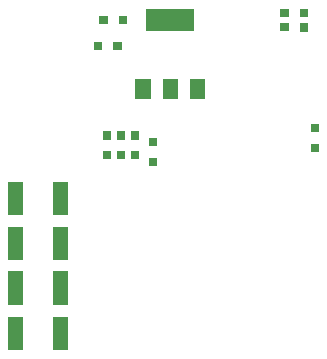
<source format=gbr>
%FSLAX32Y32*%
%MOMM*%
%LNSMD_Maske1*%
G71*
G01*
%LPD*%
G36*
X4456Y6393D02*
X4386Y6393D01*
X4386Y6463D01*
X4456Y6463D01*
X4456Y6393D01*
G37*
G36*
X4289Y6392D02*
X4219Y6392D01*
X4219Y6462D01*
X4289Y6462D01*
X4289Y6392D01*
G37*
G36*
X5161Y5978D02*
X5031Y5978D01*
X5031Y6148D01*
X5161Y6148D01*
X5161Y5978D01*
G37*
G36*
X4931Y5977D02*
X4801Y5977D01*
X4801Y6147D01*
X4931Y6147D01*
X4931Y5977D01*
G37*
G36*
X4701Y5977D02*
X4571Y5977D01*
X4571Y6147D01*
X4701Y6147D01*
X4701Y5977D01*
G37*
G36*
X5065Y6554D02*
X4665Y6554D01*
X4665Y6744D01*
X5065Y6744D01*
X5065Y6554D01*
G37*
G36*
X4504Y6615D02*
X4434Y6615D01*
X4434Y6685D01*
X4504Y6685D01*
X4504Y6615D01*
G37*
G36*
X4337Y6614D02*
X4267Y6614D01*
X4267Y6684D01*
X4337Y6684D01*
X4337Y6614D01*
G37*
G36*
X6127Y5769D02*
X6127Y5699D01*
X6057Y5699D01*
X6057Y5769D01*
X6127Y5769D01*
G37*
G36*
X6126Y5602D02*
X6126Y5532D01*
X6056Y5532D01*
X6056Y5602D01*
X6126Y5602D01*
G37*
G36*
X4365Y5705D02*
X4365Y5635D01*
X4295Y5635D01*
X4295Y5705D01*
X4365Y5705D01*
G37*
G36*
X4364Y5538D02*
X4364Y5468D01*
X4294Y5468D01*
X4294Y5538D01*
X4364Y5538D01*
G37*
G36*
X4484Y5705D02*
X4484Y5635D01*
X4414Y5635D01*
X4414Y5705D01*
X4484Y5705D01*
G37*
G36*
X4483Y5538D02*
X4483Y5468D01*
X4413Y5468D01*
X4413Y5538D01*
X4483Y5538D01*
G37*
G36*
X4603Y5705D02*
X4603Y5635D01*
X4533Y5635D01*
X4533Y5705D01*
X4603Y5705D01*
G37*
G36*
X4602Y5538D02*
X4602Y5468D01*
X4532Y5468D01*
X4532Y5538D01*
X4602Y5538D01*
G37*
G36*
X5799Y6741D02*
X5869Y6741D01*
X5869Y6671D01*
X5799Y6671D01*
X5799Y6741D01*
G37*
G36*
X5966Y6740D02*
X6036Y6740D01*
X6036Y6670D01*
X5966Y6670D01*
X5966Y6740D01*
G37*
G36*
X5799Y6622D02*
X5869Y6622D01*
X5869Y6552D01*
X5799Y6552D01*
X5799Y6622D01*
G37*
G36*
X5966Y6621D02*
X6036Y6621D01*
X6036Y6551D01*
X5966Y6551D01*
X5966Y6621D01*
G37*
G36*
X3491Y5274D02*
X3621Y5274D01*
X3621Y4994D01*
X3491Y4994D01*
X3491Y5274D01*
G37*
G36*
X3871Y5274D02*
X4001Y5274D01*
X4001Y4994D01*
X3871Y4994D01*
X3871Y5274D01*
G37*
G36*
X3491Y4893D02*
X3621Y4893D01*
X3621Y4613D01*
X3491Y4613D01*
X3491Y4893D01*
G37*
G36*
X3871Y4893D02*
X4001Y4893D01*
X4001Y4613D01*
X3871Y4613D01*
X3871Y4893D01*
G37*
G36*
X3491Y4520D02*
X3621Y4520D01*
X3621Y4240D01*
X3491Y4240D01*
X3491Y4520D01*
G37*
G36*
X3871Y4520D02*
X4001Y4520D01*
X4001Y4240D01*
X3871Y4240D01*
X3871Y4520D01*
G37*
G36*
X3491Y4131D02*
X3621Y4131D01*
X3621Y3851D01*
X3491Y3851D01*
X3491Y4131D01*
G37*
G36*
X3871Y4131D02*
X4001Y4131D01*
X4001Y3851D01*
X3871Y3851D01*
X3871Y4131D01*
G37*
G36*
X4684Y5413D02*
X4684Y5483D01*
X4754Y5483D01*
X4754Y5413D01*
X4684Y5413D01*
G37*
G36*
X4683Y5580D02*
X4683Y5650D01*
X4753Y5650D01*
X4753Y5580D01*
X4683Y5580D01*
G37*
M02*

</source>
